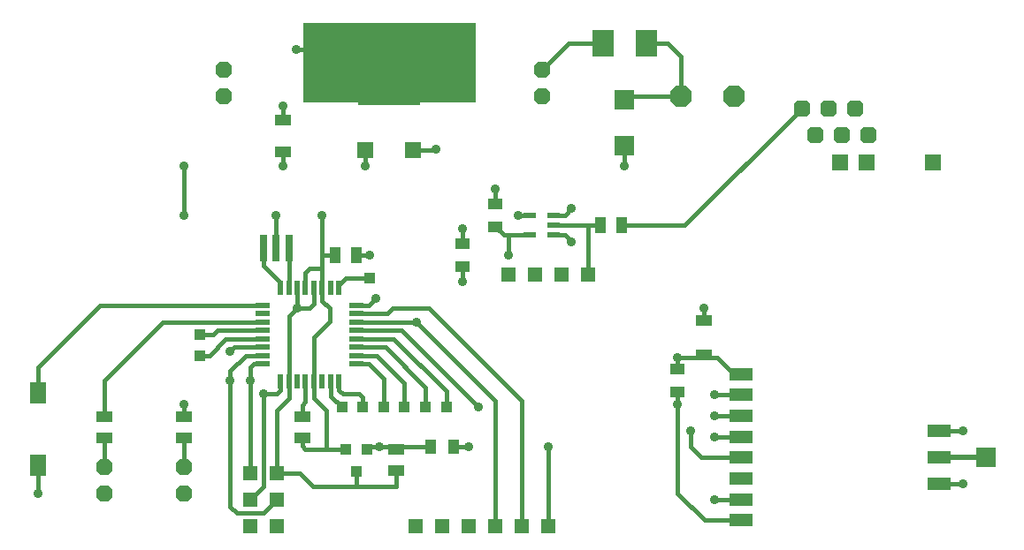
<source format=gtl>
%FSLAX35Y35*%
%MOIN*%
%IN16=KupferobenL2(X.Top)*%
%ADD10C,0.00591*%
%ADD11C,0.00354*%
%ADD12C,0.00443*%
%ADD13C,0.00787*%
%ADD14C,0.00800*%
%ADD15C,0.01181*%
%ADD16C,0.01575*%
%ADD17C,0.01772*%
%ADD18C,0.01969*%
%ADD19C,0.02362*%
%ADD20C,0.03543*%
%ADD21C,0.11811*%
%ADD22C,0.12598*%
%ADD23C,0.14173*%
%AMR_24*21,1,0.01772,0.05118,0,0,270.000*%
%ADD24R_24*%
%AMR_25*21,1,0.01969,0.04724,0,0,90.000*%
%ADD25R_25*%
%AMR_26*21,1,0.02362,0.09843,0,0,180.000*%
%ADD26R_26*%
%AMR_27*21,1,0.03937,0.03937,0,0,180.000*%
%ADD27R_27*%
%AMR_28*21,1,0.03937,0.06299,0,0,90.000*%
%ADD28R_28*%
%AMR_29*21,1,0.03937,0.06299,0,0,270.000*%
%ADD29R_29*%
%AMR_30*21,1,0.04331,0.04331,0,0,0.000*%
%ADD30R_30*%
%AMR_31*21,1,0.04331,0.04331,0,0,180.000*%
%ADD31R_31*%
%AMR_32*21,1,0.04331,0.04331,0,0,270.000*%
%ADD32R_32*%
%AMR_33*21,1,0.05118,0.01772,0,0,270.000*%
%ADD33R_33*%
%AMR_34*21,1,0.05512,0.03937,0,0,0.000*%
%ADD34R_34*%
%AMR_35*21,1,0.05512,0.03937,0,0,180.000*%
%ADD35R_35*%
%AMR_36*21,1,0.05512,0.03937,0,0,270.000*%
%ADD36R_36*%
%AMR_37*21,1,0.05512,0.05512,0,0,180.000*%
%ADD37R_37*%
%AMR_38*21,1,0.05512,0.05512,0,0,270.000*%
%ADD38R_38*%
%AMR_39*21,1,0.05906,0.05906,0,0,0.000*%
%ADD39R_39*%
%AMR_40*21,1,0.06299,0.03937,0,0,0.000*%
%ADD40R_40*%
%AMR_41*21,1,0.06299,0.03937,0,0,180.000*%
%ADD41R_41*%
%AMR_42*21,1,0.06299,0.03937,0,0,270.000*%
%ADD42R_42*%
%AMR_43*21,1,0.07087,0.07087,0,0,0.000*%
%ADD43R_43*%
%AMR_44*21,1,0.07087,0.07087,0,0,90.000*%
%ADD44R_44*%
%AMR_45*21,1,0.07874,0.06299,0,0,90.000*%
%ADD45R_45*%
%AMR_46*21,1,0.07874,0.09843,0,0,180.000*%
%ADD46R_46*%
%AMR_47*21,1,0.08661,0.04724,0,0,0.000*%
%ADD47R_47*%
%AMR_48*21,1,0.19685,0.18750,0,0,0.000*%
%ADD48R_48*%
%AMR_49*21,1,0.19685,0.19685,0,0,0.000*%
%ADD49R_49*%
%AMR_50*21,1,0.23622,0.23622,0,0,0.000*%
%ADD50R_50*%
%AMOCT_51*4,1,8,0.029528,0.014764,0.014764,0.029528,-0.014764,0.029528,-0.029528,0.014764,-0.029528,-0.014764,-0.014764,-0.029528,0.014764,-0.029528,0.029528,-0.014764,0.029528,0.014764,270.000*%
%ADD51OCT_51*%
%AMOCT_52*4,1,8,0.031496,0.015748,0.015748,0.031496,-0.015748,0.031496,-0.031496,0.015748,-0.031496,-0.015748,-0.015748,-0.031496,0.015748,-0.031496,0.031496,-0.015748,0.031496,0.015748,90.000*%
%ADD52OCT_52*%
%AMOCT_53*4,1,8,0.039370,0.019685,0.019685,0.039370,-0.019685,0.039370,-0.039370,0.019685,-0.039370,-0.019685,-0.019685,-0.039370,0.019685,-0.039370,0.039370,-0.019685,0.039370,0.019685,180.000*%
%ADD53OCT_53*%
G54D16*
X159055Y39114D02*
X159055Y40000D01*
X170000Y40000D02*
X163750Y40000D01*
X170000Y40000D02*
X170000Y39000D01*
X158750Y40000D02*
X159055Y40000D01*
X158750Y40000D02*
X159055Y39114D01*
X163750Y40000D02*
X159055Y40000D01*
X170000Y40000D02*
X183169Y40000D01*
X159055Y40000D02*
X158750Y40000D01*
X155216Y84074D02*
X172175Y84074D01*
X201250Y55000D01*
X155216Y90374D02*
X166624Y90374D01*
X168750Y92500D01*
X182500Y92500D01*
X217500Y57500D01*
X217500Y10000D01*
X155216Y87224D02*
X177775Y87224D01*
X195000Y108169D02*
X195000Y102500D01*
X177775Y87224D02*
X207500Y57500D01*
X207500Y10000D01*
X135925Y64783D02*
X135925Y57175D01*
X134675Y55925D01*
X134675Y51500D01*
X113375Y74625D02*
X119783Y74625D01*
X107500Y68750D02*
X113375Y74625D01*
X107500Y68750D02*
X107500Y65000D01*
X107500Y17500D02*
X107500Y65000D01*
X107500Y17500D02*
X110000Y15000D01*
X120000Y15000D01*
X125000Y20000D01*
X290000Y51811D02*
X300098Y51811D01*
X119783Y71476D02*
X116476Y71476D01*
X115000Y70000D01*
X115000Y65000D01*
X115000Y30000D01*
X281250Y46250D02*
X281250Y40000D01*
X285187Y36062D01*
X300098Y36062D01*
X115000Y20000D02*
X120000Y25000D01*
X120000Y60000D01*
X126476Y64783D02*
X126476Y61476D01*
X125000Y60000D01*
X120000Y60000D01*
X290000Y43937D02*
X300098Y43937D01*
X60000Y32500D02*
X60000Y43500D01*
X255250Y123750D02*
X278907Y123750D01*
X323031Y167874D01*
X220472Y127490D02*
X216250Y127490D01*
X195000Y116830D02*
X195000Y122500D01*
X90000Y32500D02*
X90000Y43500D01*
X191830Y40000D02*
X197500Y40000D01*
X227500Y40000D02*
X227500Y10000D01*
X126476Y100216D02*
X126476Y102273D01*
X120177Y108572D01*
X120177Y115000D01*
X129625Y100216D02*
X129625Y115000D01*
X145374Y64783D02*
X145374Y59232D01*
X149606Y55000D01*
X148523Y64783D02*
X148523Y61476D01*
X150000Y60000D01*
X156250Y60000D01*
X157480Y58769D01*
X157480Y55000D01*
X159773Y71476D02*
X155216Y71476D01*
X159773Y71476D02*
X165354Y65895D01*
X165354Y55000D01*
X155216Y74625D02*
X162874Y74625D01*
X173228Y64271D01*
X173228Y55000D01*
X165974Y77775D02*
X155216Y77775D01*
X165974Y77775D02*
X181102Y62647D01*
X181102Y55000D01*
X155216Y80925D02*
X169074Y80925D01*
X188976Y61023D01*
X188976Y55000D01*
X290000Y20314D02*
X300098Y20314D01*
X159773Y93523D02*
X162500Y96250D01*
X155216Y93523D02*
X159773Y93523D01*
X276250Y22500D02*
X286309Y12440D01*
X276250Y56250D02*
X276250Y22500D01*
X286309Y12440D02*
X300098Y12440D01*
X119783Y77775D02*
X109025Y77775D01*
X107500Y76250D01*
X276250Y56250D02*
X276250Y60669D01*
X60000Y65000D02*
X60000Y51500D01*
X82224Y87224D02*
X60000Y65000D01*
X119783Y87224D02*
X82224Y87224D01*
X35000Y70000D02*
X35000Y60629D01*
X58523Y93523D02*
X35000Y70000D01*
X119783Y93523D02*
X58523Y93523D01*
X148523Y100216D02*
X148523Y101023D01*
X151250Y103750D01*
X160000Y103750D01*
X96250Y82500D02*
X101250Y82500D01*
X102824Y84074D01*
X119783Y84074D01*
X96250Y74625D02*
X99625Y74625D01*
X105925Y80925D01*
X119783Y80925D01*
X229527Y123750D02*
X242500Y123750D01*
X242500Y105000D02*
X242500Y123750D01*
X247250Y123750D01*
G54D17*
X135925Y100216D02*
X135925Y105925D01*
X137500Y107500D01*
X142224Y100216D02*
X142224Y95275D01*
X145000Y92500D01*
X142224Y100216D02*
X142224Y107224D01*
X137500Y107500D02*
X141948Y107500D01*
X142224Y107224D01*
X141948Y107500D02*
X142224Y107224D01*
X141948Y107500D02*
X142224Y107224D01*
X141948Y107500D02*
X142224Y107224D01*
X141948Y107500D02*
X142224Y107224D01*
X141948Y107500D01*
X142224Y107224D02*
X141948Y107500D01*
X142224Y107224D02*
X141948Y107500D01*
X139074Y58425D02*
X139074Y64783D01*
X143750Y53750D02*
X139074Y58425D01*
X143750Y53750D02*
X143750Y39114D01*
X145000Y92500D02*
X145000Y87500D01*
X139074Y81574D01*
X139074Y64783D02*
X139074Y81574D01*
X127500Y151594D02*
X127500Y146250D01*
X142224Y107224D02*
X141948Y107500D01*
X142224Y107224D02*
X141948Y107500D01*
X142224Y107224D02*
X141948Y107500D01*
X142224Y107224D02*
X141948Y107500D01*
X142224Y107224D02*
X141948Y107500D01*
X142224Y107224D02*
X141948Y107500D01*
X142224Y107224D02*
X142224Y112500D01*
X147250Y112500D02*
X142224Y112500D01*
X142224Y127500D01*
X158523Y152224D02*
X158523Y146250D01*
X158750Y146250D02*
X158523Y146250D01*
X290000Y59685D02*
X300098Y59685D01*
X286250Y87746D02*
X286250Y92500D01*
X374901Y46062D02*
X383750Y46062D01*
X374901Y26062D02*
X383750Y26062D01*
X35000Y33120D02*
X35000Y22500D01*
X150944Y39114D02*
X143750Y39114D01*
X135885Y39114D02*
X134675Y40324D01*
X134675Y43500D01*
X143750Y39114D02*
X135885Y39114D01*
X229527Y120009D02*
X233740Y120009D01*
X236250Y117500D01*
X229527Y127490D02*
X233740Y127490D01*
X236250Y130000D01*
X207500Y131830D02*
X207500Y137500D01*
X124901Y115000D02*
X124901Y127500D01*
X256250Y153838D02*
X256250Y146250D01*
X132775Y100216D02*
X132775Y92500D01*
X137500Y92500D01*
X139074Y94074D01*
X139074Y100216D01*
X167500Y180925D02*
X167500Y190000D01*
X127500Y163405D02*
X127500Y168750D01*
X129625Y58375D02*
X129625Y64783D01*
X129625Y58375D02*
X125000Y53750D01*
X125000Y30000D01*
X155000Y30885D02*
X155000Y25000D01*
X170000Y31000D02*
X170000Y25000D01*
X155000Y25000D02*
X170000Y25000D01*
X155250Y112500D02*
X160000Y112500D01*
X90000Y51500D02*
X90000Y56250D01*
X90000Y127500D02*
X90000Y146250D01*
X132500Y190000D02*
X167500Y190000D01*
X129625Y64783D02*
X129625Y89350D01*
X132775Y92500D01*
X125000Y30000D02*
X133750Y30000D01*
X138750Y25000D01*
X155000Y25000D01*
X207500Y123169D02*
X210659Y120009D01*
X212500Y120009D01*
X212500Y112500D02*
X212500Y120009D01*
X220472Y120009D01*
X276250Y69330D02*
X276250Y73750D01*
X286250Y73750D01*
X286250Y74753D01*
X300098Y67559D02*
X297440Y67559D01*
X291250Y73750D01*
X286250Y73750D01*
X225000Y182500D02*
X235000Y192500D01*
X247982Y192500D01*
X176476Y152224D02*
X185000Y152224D01*
X185000Y152500D02*
X185000Y152224D01*
X277500Y172500D02*
X277500Y187500D01*
X272500Y192500D01*
X264517Y192500D01*
X256250Y172500D02*
X277500Y172500D01*
X256250Y172500D02*
X256250Y171161D01*
G54D18*
X374901Y36062D02*
X392500Y36062D01*
G54D20*
X127500Y146250D03*
X124901Y127500D03*
X142224Y127500D03*
X158523Y146250D03*
X290000Y59685D03*
X286250Y92500D03*
X383750Y46062D03*
X383750Y26062D03*
X35000Y22500D03*
X236250Y117500D03*
X236250Y130000D03*
X207500Y137500D03*
X256250Y146250D03*
X163750Y40000D03*
X201250Y55000D03*
X177775Y87224D03*
X195000Y102500D03*
X107500Y65000D03*
X290000Y51811D03*
X115000Y65000D03*
X281250Y46250D03*
X120000Y60000D03*
X290000Y43937D03*
X132775Y92500D03*
X160000Y112500D03*
X90000Y56250D03*
X90000Y127500D03*
X90000Y146250D03*
X127500Y168750D03*
X132500Y190000D03*
X212500Y112500D03*
X276250Y73750D03*
X185000Y152500D03*
X216250Y127490D03*
X195000Y122500D03*
X197500Y40000D03*
X227500Y40000D03*
X290000Y20314D03*
X162500Y96250D03*
X107500Y76250D03*
X276250Y56250D03*
G54D24*
X119783Y93523D03*
X119783Y90374D03*
X119783Y87224D03*
X119783Y84074D03*
X119783Y80925D03*
X119783Y77775D03*
X119783Y74625D03*
X119783Y71476D03*
X155216Y71476D03*
X155216Y74625D03*
X155216Y77775D03*
X155216Y80925D03*
X155216Y84074D03*
X155216Y87224D03*
X155216Y90374D03*
X155216Y93523D03*
G54D25*
X229527Y120009D03*
X229527Y123750D03*
X229527Y127490D03*
X220472Y127490D03*
X220472Y120009D03*
G54D26*
X129625Y115000D03*
X124901Y115000D03*
X120177Y115000D03*
G54D27*
X159055Y39114D03*
X150944Y39114D03*
X155000Y30885D03*
G54D28*
X286250Y87746D03*
X286250Y74753D03*
G54D29*
X127500Y151594D03*
X127500Y163405D03*
G54D30*
X160000Y103750D03*
G54D31*
X181102Y55000D03*
X173228Y55000D03*
X188976Y55000D03*
X157480Y55000D03*
X149606Y55000D03*
X165354Y55000D03*
G54D32*
X96250Y74625D03*
X96250Y82500D03*
G54D33*
X148523Y100216D03*
X145374Y100216D03*
X142224Y100216D03*
X139074Y100216D03*
X135925Y100216D03*
X132775Y100216D03*
X129625Y100216D03*
X126476Y100216D03*
X126476Y64783D03*
X129625Y64783D03*
X132775Y64783D03*
X135925Y64783D03*
X139074Y64783D03*
X142224Y64783D03*
X145374Y64783D03*
X148523Y64783D03*
G54D34*
X276250Y69330D03*
X276250Y60669D03*
G54D35*
X195000Y108169D03*
X195000Y116830D03*
X207500Y123169D03*
X207500Y131830D03*
G54D36*
X191830Y40000D03*
X183169Y40000D03*
G54D37*
X227500Y10000D03*
X217500Y10000D03*
X207500Y10000D03*
X197500Y10000D03*
X187500Y10000D03*
X177500Y10000D03*
X242500Y105000D03*
X232500Y105000D03*
X222500Y105000D03*
X212500Y105000D03*
G54D38*
X115000Y30000D03*
X125000Y30000D03*
X115000Y20000D03*
X125000Y20000D03*
X115000Y10000D03*
X125000Y10000D03*
G54D39*
X158523Y152224D03*
X176476Y152224D03*
X347500Y147500D03*
X337500Y147500D03*
X372500Y147500D03*
G54D40*
X134675Y51500D03*
X134675Y43500D03*
X170000Y39000D03*
X170000Y31000D03*
X90000Y51500D03*
X90000Y43500D03*
G54D41*
X60000Y43500D03*
X60000Y51500D03*
G54D42*
X155250Y112500D03*
X147250Y112500D03*
X255250Y123750D03*
X247250Y123750D03*
G54D43*
X392500Y36062D03*
G54D44*
X256250Y153838D03*
X256250Y171161D03*
G54D45*
X35000Y33120D03*
X35000Y60629D03*
G54D46*
X264517Y192500D03*
X247982Y192500D03*
G54D47*
X300098Y67559D03*
X300098Y59685D03*
X300098Y51811D03*
X300098Y43937D03*
X300098Y36062D03*
X300098Y28188D03*
X300098Y20314D03*
X300098Y12440D03*
X374901Y26062D03*
X374901Y36062D03*
X374901Y46062D03*
G54D50*
X167500Y180925D03*
G54D51*
X105000Y172500D03*
X105000Y182500D03*
X225000Y172500D03*
X225000Y182500D03*
X60000Y32500D03*
X60000Y22500D03*
X90000Y32500D03*
X90000Y22500D03*
G54D52*
X333031Y167874D03*
X343031Y167874D03*
X348031Y157874D03*
X323031Y167874D03*
X328031Y157874D03*
X338031Y157874D03*
G54D53*
X297500Y172500D03*
X277500Y172500D03*
G36*
X135000Y170000D02*
X135000Y200000D01*
X200000Y200000D01*
X200000Y170000D01*
X135000Y170000D01*
D02*G37*
M02*

</source>
